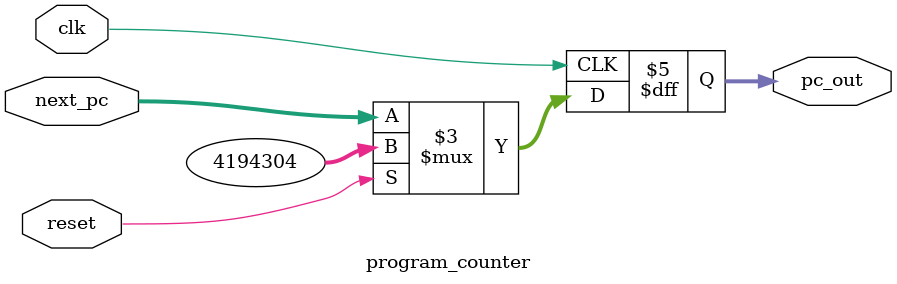
<source format=v>
module program_counter #(
    parameter RESET_ADDR = 32'h00400000
)(
    input        clk,
    input        reset,
    input  [31:0] next_pc,
    output reg [31:0] pc_out
);

    always @(posedge clk) begin
        if(reset)
            pc_out <= RESET_ADDR;   // start at MIPS default
        else
            pc_out <= next_pc;
    end

endmodule

</source>
